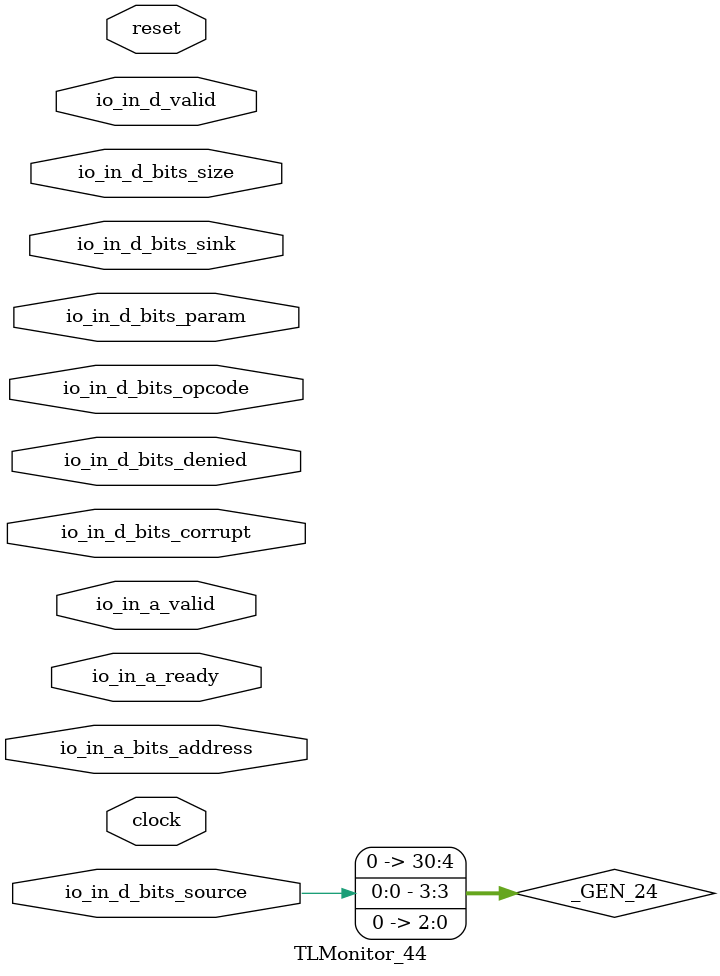
<source format=sv>
`ifndef RANDOMIZE
  `ifdef RANDOMIZE_REG_INIT
    `define RANDOMIZE
  `endif // RANDOMIZE_REG_INIT
`endif // not def RANDOMIZE
`ifndef RANDOMIZE
  `ifdef RANDOMIZE_MEM_INIT
    `define RANDOMIZE
  `endif // RANDOMIZE_MEM_INIT
`endif // not def RANDOMIZE

`ifndef RANDOM
  `define RANDOM $random
`endif // not def RANDOM

// Users can define 'PRINTF_COND' to add an extra gate to prints.
`ifndef PRINTF_COND_
  `ifdef PRINTF_COND
    `define PRINTF_COND_ (`PRINTF_COND)
  `else  // PRINTF_COND
    `define PRINTF_COND_ 1
  `endif // PRINTF_COND
`endif // not def PRINTF_COND_

// Users can define 'ASSERT_VERBOSE_COND' to add an extra gate to assert error printing.
`ifndef ASSERT_VERBOSE_COND_
  `ifdef ASSERT_VERBOSE_COND
    `define ASSERT_VERBOSE_COND_ (`ASSERT_VERBOSE_COND)
  `else  // ASSERT_VERBOSE_COND
    `define ASSERT_VERBOSE_COND_ 1
  `endif // ASSERT_VERBOSE_COND
`endif // not def ASSERT_VERBOSE_COND_

// Users can define 'STOP_COND' to add an extra gate to stop conditions.
`ifndef STOP_COND_
  `ifdef STOP_COND
    `define STOP_COND_ (`STOP_COND)
  `else  // STOP_COND
    `define STOP_COND_ 1
  `endif // STOP_COND
`endif // not def STOP_COND_

// Users can define INIT_RANDOM as general code that gets injected into the
// initializer block for modules with registers.
`ifndef INIT_RANDOM
  `define INIT_RANDOM
`endif // not def INIT_RANDOM

// If using random initialization, you can also define RANDOMIZE_DELAY to
// customize the delay used, otherwise 0.002 is used.
`ifndef RANDOMIZE_DELAY
  `define RANDOMIZE_DELAY 0.002
`endif // not def RANDOMIZE_DELAY

// Define INIT_RANDOM_PROLOG_ for use in our modules below.
`ifndef INIT_RANDOM_PROLOG_
  `ifdef RANDOMIZE
    `ifdef VERILATOR
      `define INIT_RANDOM_PROLOG_ `INIT_RANDOM
    `else  // VERILATOR
      `define INIT_RANDOM_PROLOG_ `INIT_RANDOM #`RANDOMIZE_DELAY begin end
    `endif // VERILATOR
  `else  // RANDOMIZE
    `define INIT_RANDOM_PROLOG_
  `endif // RANDOMIZE
`endif // not def INIT_RANDOM_PROLOG_

// Include register initializers in init blocks unless synthesis is set
`ifndef SYNTHESIS
  `ifndef ENABLE_INITIAL_REG_
    `define ENABLE_INITIAL_REG_
  `endif // not def ENABLE_INITIAL_REG_
`endif // not def SYNTHESIS

// Include rmemory initializers in init blocks unless synthesis is set
`ifndef SYNTHESIS
  `ifndef ENABLE_INITIAL_MEM_
    `define ENABLE_INITIAL_MEM_
  `endif // not def ENABLE_INITIAL_MEM_
`endif // not def SYNTHESIS

module TLMonitor_44(	// @[generators/rocket-chip/src/main/scala/tilelink/Monitor.scala:36:7]
  input        clock,	// @[generators/rocket-chip/src/main/scala/tilelink/Monitor.scala:36:7]
  input        reset,	// @[generators/rocket-chip/src/main/scala/tilelink/Monitor.scala:36:7]
  input        io_in_a_ready,	// @[generators/rocket-chip/src/main/scala/tilelink/Monitor.scala:20:14]
  input        io_in_a_valid,	// @[generators/rocket-chip/src/main/scala/tilelink/Monitor.scala:20:14]
  input [31:0] io_in_a_bits_address,	// @[generators/rocket-chip/src/main/scala/tilelink/Monitor.scala:20:14]
  input        io_in_d_valid,	// @[generators/rocket-chip/src/main/scala/tilelink/Monitor.scala:20:14]
  input [2:0]  io_in_d_bits_opcode,	// @[generators/rocket-chip/src/main/scala/tilelink/Monitor.scala:20:14]
  input [1:0]  io_in_d_bits_param,	// @[generators/rocket-chip/src/main/scala/tilelink/Monitor.scala:20:14]
  input [3:0]  io_in_d_bits_size,	// @[generators/rocket-chip/src/main/scala/tilelink/Monitor.scala:20:14]
  input        io_in_d_bits_source,	// @[generators/rocket-chip/src/main/scala/tilelink/Monitor.scala:20:14]
  input [3:0]  io_in_d_bits_sink,	// @[generators/rocket-chip/src/main/scala/tilelink/Monitor.scala:20:14]
  input        io_in_d_bits_denied,	// @[generators/rocket-chip/src/main/scala/tilelink/Monitor.scala:20:14]
  input        io_in_d_bits_corrupt	// @[generators/rocket-chip/src/main/scala/tilelink/Monitor.scala:20:14]
);

  wire [31:0] _plusarg_reader_1_out;	// @[generators/rocket-chip/src/main/scala/util/PlusArg.scala:80:11]
  wire [31:0] _plusarg_reader_out;	// @[generators/rocket-chip/src/main/scala/util/PlusArg.scala:80:11]
  wire        _a_first_T_1 = io_in_a_ready & io_in_a_valid;	// @[src/main/scala/chisel3/util/Decoupled.scala:51:35]
  reg  [8:0]  a_first_counter;	// @[generators/rocket-chip/src/main/scala/tilelink/Edges.scala:229:27]
  reg  [31:0] address;	// @[generators/rocket-chip/src/main/scala/tilelink/Monitor.scala:391:22]
  reg  [8:0]  d_first_counter;	// @[generators/rocket-chip/src/main/scala/tilelink/Edges.scala:229:27]
  reg  [2:0]  opcode_1;	// @[generators/rocket-chip/src/main/scala/tilelink/Monitor.scala:538:22]
  reg  [1:0]  param_1;	// @[generators/rocket-chip/src/main/scala/tilelink/Monitor.scala:539:22]
  reg  [3:0]  size_1;	// @[generators/rocket-chip/src/main/scala/tilelink/Monitor.scala:540:22]
  reg         source_1;	// @[generators/rocket-chip/src/main/scala/tilelink/Monitor.scala:541:22]
  reg  [3:0]  sink;	// @[generators/rocket-chip/src/main/scala/tilelink/Monitor.scala:542:22]
  reg         denied;	// @[generators/rocket-chip/src/main/scala/tilelink/Monitor.scala:543:22]
  reg  [1:0]  inflight;	// @[generators/rocket-chip/src/main/scala/tilelink/Monitor.scala:614:27]
  reg  [3:0]  inflight_opcodes;	// @[generators/rocket-chip/src/main/scala/tilelink/Monitor.scala:616:35]
  reg  [7:0]  inflight_sizes;	// @[generators/rocket-chip/src/main/scala/tilelink/Monitor.scala:618:33]
  reg  [8:0]  a_first_counter_1;	// @[generators/rocket-chip/src/main/scala/tilelink/Edges.scala:229:27]
  wire        a_first_1 = a_first_counter_1 == 9'h0;	// @[generators/rocket-chip/src/main/scala/tilelink/Edges.scala:221:14, :229:27, :231:25]
  reg  [8:0]  d_first_counter_1;	// @[generators/rocket-chip/src/main/scala/tilelink/Edges.scala:229:27]
  wire        d_first_1 = d_first_counter_1 == 9'h0;	// @[generators/rocket-chip/src/main/scala/tilelink/Edges.scala:221:14, :229:27, :231:25]
  wire        a_set = _a_first_T_1 & a_first_1;	// @[generators/rocket-chip/src/main/scala/tilelink/Edges.scala:231:25, generators/rocket-chip/src/main/scala/tilelink/Monitor.scala:655:25, src/main/scala/chisel3/util/Decoupled.scala:51:35]
  wire        d_release_ack = io_in_d_bits_opcode == 3'h6;	// @[generators/rocket-chip/src/main/scala/tilelink/Monitor.scala:36:7, :673:46]
  wire        _GEN = io_in_d_valid & d_first_1;	// @[generators/rocket-chip/src/main/scala/tilelink/Edges.scala:231:25, generators/rocket-chip/src/main/scala/tilelink/Monitor.scala:674:26]
  wire        _GEN_0 = _GEN & ~d_release_ack;	// @[generators/rocket-chip/src/main/scala/tilelink/Monitor.scala:673:46, :674:{26,71,74}]
  reg  [31:0] watchdog;	// @[generators/rocket-chip/src/main/scala/tilelink/Monitor.scala:709:27]
  reg  [1:0]  inflight_1;	// @[generators/rocket-chip/src/main/scala/tilelink/Monitor.scala:726:35]
  reg  [7:0]  inflight_sizes_1;	// @[generators/rocket-chip/src/main/scala/tilelink/Monitor.scala:728:35]
  reg  [8:0]  d_first_counter_2;	// @[generators/rocket-chip/src/main/scala/tilelink/Edges.scala:229:27]
  wire        d_first_2 = d_first_counter_2 == 9'h0;	// @[generators/rocket-chip/src/main/scala/tilelink/Edges.scala:221:14, :229:27, :231:25]
  wire        _GEN_1 = io_in_d_valid & d_first_2 & d_release_ack;	// @[generators/rocket-chip/src/main/scala/tilelink/Edges.scala:231:25, generators/rocket-chip/src/main/scala/tilelink/Monitor.scala:673:46, :788:70]
  reg  [31:0] watchdog_1;	// @[generators/rocket-chip/src/main/scala/tilelink/Monitor.scala:818:27]
  `ifndef SYNTHESIS	// @[generators/rocket-chip/src/main/scala/tilelink/Monitor.scala:45:11]
    wire [7:0][2:0] _GEN_2 = {3'h4, 3'h5, 3'h2, 3'h1, 3'h1, 3'h1, 3'h0, 3'h0};	// @[generators/rocket-chip/src/main/scala/tilelink/Monitor.scala:693:38]
    wire [7:0][2:0] _GEN_3 = {3'h4, 3'h4, 3'h2, 3'h1, 3'h1, 3'h1, 3'h0, 3'h0};	// @[generators/rocket-chip/src/main/scala/tilelink/Monitor.scala:692:38]
    wire            _GEN_4 = io_in_a_valid & ~reset;	// @[generators/rocket-chip/src/main/scala/tilelink/Monitor.scala:45:11]
    wire            _GEN_5 = io_in_d_valid & io_in_d_bits_opcode == 3'h6 & ~reset;	// @[generators/rocket-chip/src/main/scala/tilelink/Monitor.scala:36:7, :45:11, :52:11, :313:25]
    wire            _GEN_6 = io_in_d_bits_size < 4'h3;	// @[generators/rocket-chip/src/main/scala/tilelink/Monitor.scala:315:27]
    wire            _GEN_7 = io_in_d_valid & io_in_d_bits_opcode == 3'h4 & ~reset;	// @[generators/rocket-chip/src/main/scala/tilelink/Monitor.scala:36:7, :45:11, :52:11, :321:25]
    wire            _GEN_8 = io_in_d_bits_param == 2'h2;	// @[generators/rocket-chip/src/main/scala/tilelink/Bundles.scala:111:27, generators/rocket-chip/src/main/scala/tilelink/Monitor.scala:326:28]
    wire            _GEN_9 = io_in_d_valid & io_in_d_bits_opcode == 3'h5 & ~reset;	// @[generators/rocket-chip/src/main/scala/tilelink/Monitor.scala:36:7, :45:11, :52:11, :331:25]
    wire            _GEN_10 = ~io_in_d_bits_denied | io_in_d_bits_corrupt;	// @[generators/rocket-chip/src/main/scala/tilelink/Monitor.scala:337:{15,30}]
    wire            _GEN_11 = io_in_d_valid & io_in_d_bits_opcode == 3'h0 & ~reset;	// @[generators/rocket-chip/src/main/scala/tilelink/Monitor.scala:36:7, :45:11, :52:11, :341:25]
    wire            _GEN_12 = io_in_d_bits_opcode == 3'h1;	// @[generators/rocket-chip/src/main/scala/tilelink/Monitor.scala:36:7, :349:25]
    wire            _GEN_13 = io_in_d_valid & _GEN_12 & ~reset;	// @[generators/rocket-chip/src/main/scala/tilelink/Monitor.scala:45:11, :52:11, :349:25]
    wire            _GEN_14 = io_in_d_valid & io_in_d_bits_opcode == 3'h2 & ~reset;	// @[generators/rocket-chip/src/main/scala/tilelink/Monitor.scala:36:7, :45:11, :52:11, :357:25]
    wire            _GEN_15 = io_in_d_valid & (|d_first_counter) & ~reset;	// @[generators/rocket-chip/src/main/scala/tilelink/Edges.scala:229:27, :231:25, generators/rocket-chip/src/main/scala/tilelink/Monitor.scala:45:11, :52:11]
    wire [3:0]      _a_opcode_lookup_T_1 = inflight_opcodes >> {1'h0, io_in_d_bits_source, 2'h0};	// @[generators/rocket-chip/src/main/scala/tilelink/Bundles.scala:111:27, generators/rocket-chip/src/main/scala/tilelink/Monitor.scala:20:14, :45:11, :102:31, :134:74, :142:71, :616:35, :637:{44,69}, :698:15]
    wire [7:0]      _GEN_16 = {4'h0, io_in_d_bits_source, 3'h0};	// @[generators/rocket-chip/src/main/scala/tilelink/Bundles.scala:111:27, generators/rocket-chip/src/main/scala/tilelink/Monitor.scala:36:7, :641:40, :659:79, :660:77, generators/rocket-chip/src/main/scala/util/Misc.scala:206:21]
    wire            a_set_wo_ready = io_in_a_valid & a_first_1;	// @[generators/rocket-chip/src/main/scala/tilelink/Edges.scala:231:25, generators/rocket-chip/src/main/scala/tilelink/Monitor.scala:651:26]
    wire [1:0]      _GEN_17 = {1'h0, io_in_d_bits_source};	// @[generators/rocket-chip/src/main/scala/tilelink/Monitor.scala:20:14, :45:11, :102:31, :134:74, :142:71, :698:15, src/main/scala/chisel3/util/OneHot.scala:58:35]
    wire            same_cycle_resp = a_set_wo_ready & ~io_in_d_bits_source;	// @[generators/rocket-chip/src/main/scala/tilelink/Monitor.scala:651:26, :684:{88,113}]
    wire            _GEN_18 = _GEN_0 & same_cycle_resp & ~reset;	// @[generators/rocket-chip/src/main/scala/tilelink/Monitor.scala:45:11, :52:11, :674:71, :684:88]
    wire            _GEN_19 = _GEN_0 & ~same_cycle_resp & ~reset;	// @[generators/rocket-chip/src/main/scala/tilelink/Monitor.scala:45:11, :52:11, :674:71, :684:88, :687:30]
    wire [7:0]      _GEN_20 = {4'h0, io_in_d_bits_size};	// @[generators/rocket-chip/src/main/scala/tilelink/Bundles.scala:111:27, generators/rocket-chip/src/main/scala/tilelink/Monitor.scala:659:79, :660:77, :694:36, generators/rocket-chip/src/main/scala/util/Misc.scala:206:21]
    wire            _GEN_21 = _GEN_1 & ~reset;	// @[generators/rocket-chip/src/main/scala/tilelink/Monitor.scala:45:11, :52:11, :788:70]
    wire [1:0]      _GEN_22 = inflight >> _GEN_17;	// @[generators/rocket-chip/src/main/scala/tilelink/Monitor.scala:614:27, :685:25, src/main/scala/chisel3/util/OneHot.scala:58:35]
    wire [7:0]      _a_size_lookup_T_1 = inflight_sizes >> _GEN_16;	// @[generators/rocket-chip/src/main/scala/tilelink/Monitor.scala:618:33, :641:40]
    wire [1:0]      _GEN_23 = inflight_1 >> _GEN_17;	// @[generators/rocket-chip/src/main/scala/tilelink/Monitor.scala:726:35, :796:25, src/main/scala/chisel3/util/OneHot.scala:58:35]
    wire [7:0]      _c_size_lookup_T_1 = inflight_sizes_1 >> _GEN_16;	// @[generators/rocket-chip/src/main/scala/tilelink/Monitor.scala:641:40, :728:35, :750:42]
    always @(posedge clock) begin	// @[generators/rocket-chip/src/main/scala/tilelink/Monitor.scala:45:11]
      if (_GEN_4 & ~({io_in_a_bits_address[31:14], ~(io_in_a_bits_address[13:12])} == 20'h0 | io_in_a_bits_address[31:13] == 19'h0 | {io_in_a_bits_address[31:17], ~(io_in_a_bits_address[16])} == 16'h0 | {io_in_a_bits_address[31:21], io_in_a_bits_address[20:17] ^ 4'h8, io_in_a_bits_address[15:12]} == 19'h0 | {io_in_a_bits_address[31:26], io_in_a_bits_address[25:16] ^ 10'h200} == 16'h0 | {io_in_a_bits_address[31:26], io_in_a_bits_address[25:12] ^ 14'h2010} == 20'h0 | {io_in_a_bits_address[31:28], io_in_a_bits_address[27:16] ^ 12'h800} == 16'h0 | {io_in_a_bits_address[31:28], ~(io_in_a_bits_address[27:26])} == 6'h0 | {io_in_a_bits_address[31:29], io_in_a_bits_address[28:12] ^ 17'h10020} == 20'h0 | io_in_a_bits_address[31:28] == 4'h8)) begin	// @[generators/rocket-chip/src/main/scala/diplomacy/Parameters.scala:137:{31,41,46,59}, generators/rocket-chip/src/main/scala/tilelink/Bundles.scala:264:74, generators/rocket-chip/src/main/scala/tilelink/Edges.scala:21:16, generators/rocket-chip/src/main/scala/tilelink/Monitor.scala:45:11, generators/rocket-chip/src/main/scala/tilelink/Parameters.scala:686:26]
        if (`ASSERT_VERBOSE_COND_)	// @[generators/rocket-chip/src/main/scala/tilelink/Monitor.scala:45:11]
          $error("Assertion failed: 'A' channel carries Get type which slave claims it can't support (connected at generators/shuttle/src/main/scala/common/Tile.scala:162:5)\n    at Monitor.scala:45 assert(cond, message)\n");	// @[generators/rocket-chip/src/main/scala/tilelink/Monitor.scala:45:11]
        if (`STOP_COND_)	// @[generators/rocket-chip/src/main/scala/tilelink/Monitor.scala:45:11]
          $fatal;	// @[generators/rocket-chip/src/main/scala/tilelink/Monitor.scala:45:11]
      end
      if (_GEN_4 & (|(io_in_a_bits_address[5:0]))) begin	// @[generators/rocket-chip/src/main/scala/tilelink/Edges.scala:21:{16,24}, generators/rocket-chip/src/main/scala/tilelink/Monitor.scala:45:11]
        if (`ASSERT_VERBOSE_COND_)	// @[generators/rocket-chip/src/main/scala/tilelink/Monitor.scala:45:11]
          $error("Assertion failed: 'A' channel Get address not aligned to size (connected at generators/shuttle/src/main/scala/common/Tile.scala:162:5)\n    at Monitor.scala:45 assert(cond, message)\n");	// @[generators/rocket-chip/src/main/scala/tilelink/Monitor.scala:45:11]
        if (`STOP_COND_)	// @[generators/rocket-chip/src/main/scala/tilelink/Monitor.scala:45:11]
          $fatal;	// @[generators/rocket-chip/src/main/scala/tilelink/Monitor.scala:45:11]
      end
      if (io_in_d_valid & ~reset & (&io_in_d_bits_opcode)) begin	// @[generators/rocket-chip/src/main/scala/tilelink/Bundles.scala:45:24, generators/rocket-chip/src/main/scala/tilelink/Monitor.scala:45:11, :52:11]
        if (`ASSERT_VERBOSE_COND_)	// @[generators/rocket-chip/src/main/scala/tilelink/Monitor.scala:52:11]
          $error("Assertion failed: 'D' channel has invalid opcode (connected at generators/shuttle/src/main/scala/common/Tile.scala:162:5)\n    at Monitor.scala:52 assert(cond, message)\n");	// @[generators/rocket-chip/src/main/scala/tilelink/Monitor.scala:52:11]
        if (`STOP_COND_)	// @[generators/rocket-chip/src/main/scala/tilelink/Monitor.scala:52:11]
          $fatal;	// @[generators/rocket-chip/src/main/scala/tilelink/Monitor.scala:52:11]
      end
      if (_GEN_5 & io_in_d_bits_source) begin	// @[generators/rocket-chip/src/main/scala/tilelink/Monitor.scala:52:11]
        if (`ASSERT_VERBOSE_COND_)	// @[generators/rocket-chip/src/main/scala/tilelink/Monitor.scala:52:11]
          $error("Assertion failed: 'D' channel ReleaseAck carries invalid source ID (connected at generators/shuttle/src/main/scala/common/Tile.scala:162:5)\n    at Monitor.scala:52 assert(cond, message)\n");	// @[generators/rocket-chip/src/main/scala/tilelink/Monitor.scala:52:11]
        if (`STOP_COND_)	// @[generators/rocket-chip/src/main/scala/tilelink/Monitor.scala:52:11]
          $fatal;	// @[generators/rocket-chip/src/main/scala/tilelink/Monitor.scala:52:11]
      end
      if (_GEN_5 & _GEN_6) begin	// @[generators/rocket-chip/src/main/scala/tilelink/Monitor.scala:52:11, :315:27]
        if (`ASSERT_VERBOSE_COND_)	// @[generators/rocket-chip/src/main/scala/tilelink/Monitor.scala:52:11]
          $error("Assertion failed: 'D' channel ReleaseAck smaller than a beat (connected at generators/shuttle/src/main/scala/common/Tile.scala:162:5)\n    at Monitor.scala:52 assert(cond, message)\n");	// @[generators/rocket-chip/src/main/scala/tilelink/Monitor.scala:52:11]
        if (`STOP_COND_)	// @[generators/rocket-chip/src/main/scala/tilelink/Monitor.scala:52:11]
          $fatal;	// @[generators/rocket-chip/src/main/scala/tilelink/Monitor.scala:52:11]
      end
      if (_GEN_5 & (|io_in_d_bits_param)) begin	// @[generators/rocket-chip/src/main/scala/tilelink/Monitor.scala:52:11, :316:28]
        if (`ASSERT_VERBOSE_COND_)	// @[generators/rocket-chip/src/main/scala/tilelink/Monitor.scala:52:11]
          $error("Assertion failed: 'D' channel ReleaseeAck carries invalid param (connected at generators/shuttle/src/main/scala/common/Tile.scala:162:5)\n    at Monitor.scala:52 assert(cond, message)\n");	// @[generators/rocket-chip/src/main/scala/tilelink/Monitor.scala:52:11]
        if (`STOP_COND_)	// @[generators/rocket-chip/src/main/scala/tilelink/Monitor.scala:52:11]
          $fatal;	// @[generators/rocket-chip/src/main/scala/tilelink/Monitor.scala:52:11]
      end
      if (_GEN_5 & io_in_d_bits_corrupt) begin	// @[generators/rocket-chip/src/main/scala/tilelink/Monitor.scala:52:11]
        if (`ASSERT_VERBOSE_COND_)	// @[generators/rocket-chip/src/main/scala/tilelink/Monitor.scala:52:11]
          $error("Assertion failed: 'D' channel ReleaseAck is corrupt (connected at generators/shuttle/src/main/scala/common/Tile.scala:162:5)\n    at Monitor.scala:52 assert(cond, message)\n");	// @[generators/rocket-chip/src/main/scala/tilelink/Monitor.scala:52:11]
        if (`STOP_COND_)	// @[generators/rocket-chip/src/main/scala/tilelink/Monitor.scala:52:11]
          $fatal;	// @[generators/rocket-chip/src/main/scala/tilelink/Monitor.scala:52:11]
      end
      if (_GEN_5 & io_in_d_bits_denied) begin	// @[generators/rocket-chip/src/main/scala/tilelink/Monitor.scala:52:11]
        if (`ASSERT_VERBOSE_COND_)	// @[generators/rocket-chip/src/main/scala/tilelink/Monitor.scala:52:11]
          $error("Assertion failed: 'D' channel ReleaseAck is denied (connected at generators/shuttle/src/main/scala/common/Tile.scala:162:5)\n    at Monitor.scala:52 assert(cond, message)\n");	// @[generators/rocket-chip/src/main/scala/tilelink/Monitor.scala:52:11]
        if (`STOP_COND_)	// @[generators/rocket-chip/src/main/scala/tilelink/Monitor.scala:52:11]
          $fatal;	// @[generators/rocket-chip/src/main/scala/tilelink/Monitor.scala:52:11]
      end
      if (_GEN_7 & io_in_d_bits_source) begin	// @[generators/rocket-chip/src/main/scala/tilelink/Monitor.scala:52:11]
        if (`ASSERT_VERBOSE_COND_)	// @[generators/rocket-chip/src/main/scala/tilelink/Monitor.scala:52:11]
          $error("Assertion failed: 'D' channel Grant carries invalid source ID (connected at generators/shuttle/src/main/scala/common/Tile.scala:162:5)\n    at Monitor.scala:52 assert(cond, message)\n");	// @[generators/rocket-chip/src/main/scala/tilelink/Monitor.scala:52:11]
        if (`STOP_COND_)	// @[generators/rocket-chip/src/main/scala/tilelink/Monitor.scala:52:11]
          $fatal;	// @[generators/rocket-chip/src/main/scala/tilelink/Monitor.scala:52:11]
      end
      if (_GEN_7 & _GEN_6) begin	// @[generators/rocket-chip/src/main/scala/tilelink/Monitor.scala:52:11, :315:27]
        if (`ASSERT_VERBOSE_COND_)	// @[generators/rocket-chip/src/main/scala/tilelink/Monitor.scala:52:11]
          $error("Assertion failed: 'D' channel Grant smaller than a beat (connected at generators/shuttle/src/main/scala/common/Tile.scala:162:5)\n    at Monitor.scala:52 assert(cond, message)\n");	// @[generators/rocket-chip/src/main/scala/tilelink/Monitor.scala:52:11]
        if (`STOP_COND_)	// @[generators/rocket-chip/src/main/scala/tilelink/Monitor.scala:52:11]
          $fatal;	// @[generators/rocket-chip/src/main/scala/tilelink/Monitor.scala:52:11]
      end
      if (_GEN_7 & (&io_in_d_bits_param)) begin	// @[generators/rocket-chip/src/main/scala/tilelink/Bundles.scala:105:26, generators/rocket-chip/src/main/scala/tilelink/Monitor.scala:52:11]
        if (`ASSERT_VERBOSE_COND_)	// @[generators/rocket-chip/src/main/scala/tilelink/Monitor.scala:52:11]
          $error("Assertion failed: 'D' channel Grant carries invalid cap param (connected at generators/shuttle/src/main/scala/common/Tile.scala:162:5)\n    at Monitor.scala:52 assert(cond, message)\n");	// @[generators/rocket-chip/src/main/scala/tilelink/Monitor.scala:52:11]
        if (`STOP_COND_)	// @[generators/rocket-chip/src/main/scala/tilelink/Monitor.scala:52:11]
          $fatal;	// @[generators/rocket-chip/src/main/scala/tilelink/Monitor.scala:52:11]
      end
      if (_GEN_7 & _GEN_8) begin	// @[generators/rocket-chip/src/main/scala/tilelink/Monitor.scala:52:11, :326:28]
        if (`ASSERT_VERBOSE_COND_)	// @[generators/rocket-chip/src/main/scala/tilelink/Monitor.scala:52:11]
          $error("Assertion failed: 'D' channel Grant carries toN param (connected at generators/shuttle/src/main/scala/common/Tile.scala:162:5)\n    at Monitor.scala:52 assert(cond, message)\n");	// @[generators/rocket-chip/src/main/scala/tilelink/Monitor.scala:52:11]
        if (`STOP_COND_)	// @[generators/rocket-chip/src/main/scala/tilelink/Monitor.scala:52:11]
          $fatal;	// @[generators/rocket-chip/src/main/scala/tilelink/Monitor.scala:52:11]
      end
      if (_GEN_7 & io_in_d_bits_corrupt) begin	// @[generators/rocket-chip/src/main/scala/tilelink/Monitor.scala:52:11]
        if (`ASSERT_VERBOSE_COND_)	// @[generators/rocket-chip/src/main/scala/tilelink/Monitor.scala:52:11]
          $error("Assertion failed: 'D' channel Grant is corrupt (connected at generators/shuttle/src/main/scala/common/Tile.scala:162:5)\n    at Monitor.scala:52 assert(cond, message)\n");	// @[generators/rocket-chip/src/main/scala/tilelink/Monitor.scala:52:11]
        if (`STOP_COND_)	// @[generators/rocket-chip/src/main/scala/tilelink/Monitor.scala:52:11]
          $fatal;	// @[generators/rocket-chip/src/main/scala/tilelink/Monitor.scala:52:11]
      end
      if (_GEN_9 & io_in_d_bits_source) begin	// @[generators/rocket-chip/src/main/scala/tilelink/Monitor.scala:52:11]
        if (`ASSERT_VERBOSE_COND_)	// @[generators/rocket-chip/src/main/scala/tilelink/Monitor.scala:52:11]
          $error("Assertion failed: 'D' channel GrantData carries invalid source ID (connected at generators/shuttle/src/main/scala/common/Tile.scala:162:5)\n    at Monitor.scala:52 assert(cond, message)\n");	// @[generators/rocket-chip/src/main/scala/tilelink/Monitor.scala:52:11]
        if (`STOP_COND_)	// @[generators/rocket-chip/src/main/scala/tilelink/Monitor.scala:52:11]
          $fatal;	// @[generators/rocket-chip/src/main/scala/tilelink/Monitor.scala:52:11]
      end
      if (_GEN_9 & _GEN_6) begin	// @[generators/rocket-chip/src/main/scala/tilelink/Monitor.scala:52:11, :315:27]
        if (`ASSERT_VERBOSE_COND_)	// @[generators/rocket-chip/src/main/scala/tilelink/Monitor.scala:52:11]
          $error("Assertion failed: 'D' channel GrantData smaller than a beat (connected at generators/shuttle/src/main/scala/common/Tile.scala:162:5)\n    at Monitor.scala:52 assert(cond, message)\n");	// @[generators/rocket-chip/src/main/scala/tilelink/Monitor.scala:52:11]
        if (`STOP_COND_)	// @[generators/rocket-chip/src/main/scala/tilelink/Monitor.scala:52:11]
          $fatal;	// @[generators/rocket-chip/src/main/scala/tilelink/Monitor.scala:52:11]
      end
      if (_GEN_9 & (&io_in_d_bits_param)) begin	// @[generators/rocket-chip/src/main/scala/tilelink/Bundles.scala:105:26, generators/rocket-chip/src/main/scala/tilelink/Monitor.scala:52:11]
        if (`ASSERT_VERBOSE_COND_)	// @[generators/rocket-chip/src/main/scala/tilelink/Monitor.scala:52:11]
          $error("Assertion failed: 'D' channel GrantData carries invalid cap param (connected at generators/shuttle/src/main/scala/common/Tile.scala:162:5)\n    at Monitor.scala:52 assert(cond, message)\n");	// @[generators/rocket-chip/src/main/scala/tilelink/Monitor.scala:52:11]
        if (`STOP_COND_)	// @[generators/rocket-chip/src/main/scala/tilelink/Monitor.scala:52:11]
          $fatal;	// @[generators/rocket-chip/src/main/scala/tilelink/Monitor.scala:52:11]
      end
      if (_GEN_9 & _GEN_8) begin	// @[generators/rocket-chip/src/main/scala/tilelink/Monitor.scala:52:11, :326:28]
        if (`ASSERT_VERBOSE_COND_)	// @[generators/rocket-chip/src/main/scala/tilelink/Monitor.scala:52:11]
          $error("Assertion failed: 'D' channel GrantData carries toN param (connected at generators/shuttle/src/main/scala/common/Tile.scala:162:5)\n    at Monitor.scala:52 assert(cond, message)\n");	// @[generators/rocket-chip/src/main/scala/tilelink/Monitor.scala:52:11]
        if (`STOP_COND_)	// @[generators/rocket-chip/src/main/scala/tilelink/Monitor.scala:52:11]
          $fatal;	// @[generators/rocket-chip/src/main/scala/tilelink/Monitor.scala:52:11]
      end
      if (_GEN_9 & ~_GEN_10) begin	// @[generators/rocket-chip/src/main/scala/tilelink/Monitor.scala:52:11, :337:30]
        if (`ASSERT_VERBOSE_COND_)	// @[generators/rocket-chip/src/main/scala/tilelink/Monitor.scala:52:11]
          $error("Assertion failed: 'D' channel GrantData is denied but not corrupt (connected at generators/shuttle/src/main/scala/common/Tile.scala:162:5)\n    at Monitor.scala:52 assert(cond, message)\n");	// @[generators/rocket-chip/src/main/scala/tilelink/Monitor.scala:52:11]
        if (`STOP_COND_)	// @[generators/rocket-chip/src/main/scala/tilelink/Monitor.scala:52:11]
          $fatal;	// @[generators/rocket-chip/src/main/scala/tilelink/Monitor.scala:52:11]
      end
      if (_GEN_11 & io_in_d_bits_source) begin	// @[generators/rocket-chip/src/main/scala/tilelink/Monitor.scala:52:11]
        if (`ASSERT_VERBOSE_COND_)	// @[generators/rocket-chip/src/main/scala/tilelink/Monitor.scala:52:11]
          $error("Assertion failed: 'D' channel AccessAck carries invalid source ID (connected at generators/shuttle/src/main/scala/common/Tile.scala:162:5)\n    at Monitor.scala:52 assert(cond, message)\n");	// @[generators/rocket-chip/src/main/scala/tilelink/Monitor.scala:52:11]
        if (`STOP_COND_)	// @[generators/rocket-chip/src/main/scala/tilelink/Monitor.scala:52:11]
          $fatal;	// @[generators/rocket-chip/src/main/scala/tilelink/Monitor.scala:52:11]
      end
      if (_GEN_11 & (|io_in_d_bits_param)) begin	// @[generators/rocket-chip/src/main/scala/tilelink/Monitor.scala:52:11, :316:28]
        if (`ASSERT_VERBOSE_COND_)	// @[generators/rocket-chip/src/main/scala/tilelink/Monitor.scala:52:11]
          $error("Assertion failed: 'D' channel AccessAck carries invalid param (connected at generators/shuttle/src/main/scala/common/Tile.scala:162:5)\n    at Monitor.scala:52 assert(cond, message)\n");	// @[generators/rocket-chip/src/main/scala/tilelink/Monitor.scala:52:11]
        if (`STOP_COND_)	// @[generators/rocket-chip/src/main/scala/tilelink/Monitor.scala:52:11]
          $fatal;	// @[generators/rocket-chip/src/main/scala/tilelink/Monitor.scala:52:11]
      end
      if (_GEN_11 & io_in_d_bits_corrupt) begin	// @[generators/rocket-chip/src/main/scala/tilelink/Monitor.scala:52:11]
        if (`ASSERT_VERBOSE_COND_)	// @[generators/rocket-chip/src/main/scala/tilelink/Monitor.scala:52:11]
          $error("Assertion failed: 'D' channel AccessAck is corrupt (connected at generators/shuttle/src/main/scala/common/Tile.scala:162:5)\n    at Monitor.scala:52 assert(cond, message)\n");	// @[generators/rocket-chip/src/main/scala/tilelink/Monitor.scala:52:11]
        if (`STOP_COND_)	// @[generators/rocket-chip/src/main/scala/tilelink/Monitor.scala:52:11]
          $fatal;	// @[generators/rocket-chip/src/main/scala/tilelink/Monitor.scala:52:11]
      end
      if (_GEN_13 & io_in_d_bits_source) begin	// @[generators/rocket-chip/src/main/scala/tilelink/Monitor.scala:52:11]
        if (`ASSERT_VERBOSE_COND_)	// @[generators/rocket-chip/src/main/scala/tilelink/Monitor.scala:52:11]
          $error("Assertion failed: 'D' channel AccessAckData carries invalid source ID (connected at generators/shuttle/src/main/scala/common/Tile.scala:162:5)\n    at Monitor.scala:52 assert(cond, message)\n");	// @[generators/rocket-chip/src/main/scala/tilelink/Monitor.scala:52:11]
        if (`STOP_COND_)	// @[generators/rocket-chip/src/main/scala/tilelink/Monitor.scala:52:11]
          $fatal;	// @[generators/rocket-chip/src/main/scala/tilelink/Monitor.scala:52:11]
      end
      if (_GEN_13 & (|io_in_d_bits_param)) begin	// @[generators/rocket-chip/src/main/scala/tilelink/Monitor.scala:52:11, :316:28]
        if (`ASSERT_VERBOSE_COND_)	// @[generators/rocket-chip/src/main/scala/tilelink/Monitor.scala:52:11]
          $error("Assertion failed: 'D' channel AccessAckData carries invalid param (connected at generators/shuttle/src/main/scala/common/Tile.scala:162:5)\n    at Monitor.scala:52 assert(cond, message)\n");	// @[generators/rocket-chip/src/main/scala/tilelink/Monitor.scala:52:11]
        if (`STOP_COND_)	// @[generators/rocket-chip/src/main/scala/tilelink/Monitor.scala:52:11]
          $fatal;	// @[generators/rocket-chip/src/main/scala/tilelink/Monitor.scala:52:11]
      end
      if (_GEN_13 & ~_GEN_10) begin	// @[generators/rocket-chip/src/main/scala/tilelink/Monitor.scala:52:11, :337:30]
        if (`ASSERT_VERBOSE_COND_)	// @[generators/rocket-chip/src/main/scala/tilelink/Monitor.scala:52:11]
          $error("Assertion failed: 'D' channel AccessAckData is denied but not corrupt (connected at generators/shuttle/src/main/scala/common/Tile.scala:162:5)\n    at Monitor.scala:52 assert(cond, message)\n");	// @[generators/rocket-chip/src/main/scala/tilelink/Monitor.scala:52:11]
        if (`STOP_COND_)	// @[generators/rocket-chip/src/main/scala/tilelink/Monitor.scala:52:11]
          $fatal;	// @[generators/rocket-chip/src/main/scala/tilelink/Monitor.scala:52:11]
      end
      if (_GEN_14 & io_in_d_bits_source) begin	// @[generators/rocket-chip/src/main/scala/tilelink/Monitor.scala:52:11]
        if (`ASSERT_VERBOSE_COND_)	// @[generators/rocket-chip/src/main/scala/tilelink/Monitor.scala:52:11]
          $error("Assertion failed: 'D' channel HintAck carries invalid source ID (connected at generators/shuttle/src/main/scala/common/Tile.scala:162:5)\n    at Monitor.scala:52 assert(cond, message)\n");	// @[generators/rocket-chip/src/main/scala/tilelink/Monitor.scala:52:11]
        if (`STOP_COND_)	// @[generators/rocket-chip/src/main/scala/tilelink/Monitor.scala:52:11]
          $fatal;	// @[generators/rocket-chip/src/main/scala/tilelink/Monitor.scala:52:11]
      end
      if (_GEN_14 & (|io_in_d_bits_param)) begin	// @[generators/rocket-chip/src/main/scala/tilelink/Monitor.scala:52:11, :316:28]
        if (`ASSERT_VERBOSE_COND_)	// @[generators/rocket-chip/src/main/scala/tilelink/Monitor.scala:52:11]
          $error("Assertion failed: 'D' channel HintAck carries invalid param (connected at generators/shuttle/src/main/scala/common/Tile.scala:162:5)\n    at Monitor.scala:52 assert(cond, message)\n");	// @[generators/rocket-chip/src/main/scala/tilelink/Monitor.scala:52:11]
        if (`STOP_COND_)	// @[generators/rocket-chip/src/main/scala/tilelink/Monitor.scala:52:11]
          $fatal;	// @[generators/rocket-chip/src/main/scala/tilelink/Monitor.scala:52:11]
      end
      if (_GEN_14 & io_in_d_bits_corrupt) begin	// @[generators/rocket-chip/src/main/scala/tilelink/Monitor.scala:52:11]
        if (`ASSERT_VERBOSE_COND_)	// @[generators/rocket-chip/src/main/scala/tilelink/Monitor.scala:52:11]
          $error("Assertion failed: 'D' channel HintAck is corrupt (connected at generators/shuttle/src/main/scala/common/Tile.scala:162:5)\n    at Monitor.scala:52 assert(cond, message)\n");	// @[generators/rocket-chip/src/main/scala/tilelink/Monitor.scala:52:11]
        if (`STOP_COND_)	// @[generators/rocket-chip/src/main/scala/tilelink/Monitor.scala:52:11]
          $fatal;	// @[generators/rocket-chip/src/main/scala/tilelink/Monitor.scala:52:11]
      end
      if (io_in_a_valid & (|a_first_counter) & ~reset & io_in_a_bits_address != address) begin	// @[generators/rocket-chip/src/main/scala/tilelink/Edges.scala:229:27, :231:25, generators/rocket-chip/src/main/scala/tilelink/Monitor.scala:45:11, :391:22, :397:32]
        if (`ASSERT_VERBOSE_COND_)	// @[generators/rocket-chip/src/main/scala/tilelink/Monitor.scala:45:11]
          $error("Assertion failed: 'A' channel address changed with multibeat operation (connected at generators/shuttle/src/main/scala/common/Tile.scala:162:5)\n    at Monitor.scala:45 assert(cond, message)\n");	// @[generators/rocket-chip/src/main/scala/tilelink/Monitor.scala:45:11]
        if (`STOP_COND_)	// @[generators/rocket-chip/src/main/scala/tilelink/Monitor.scala:45:11]
          $fatal;	// @[generators/rocket-chip/src/main/scala/tilelink/Monitor.scala:45:11]
      end
      if (_GEN_15 & io_in_d_bits_opcode != opcode_1) begin	// @[generators/rocket-chip/src/main/scala/tilelink/Monitor.scala:52:11, :538:22, :545:29]
        if (`ASSERT_VERBOSE_COND_)	// @[generators/rocket-chip/src/main/scala/tilelink/Monitor.scala:52:11]
          $error("Assertion failed: 'D' channel opcode changed within multibeat operation (connected at generators/shuttle/src/main/scala/common/Tile.scala:162:5)\n    at Monitor.scala:52 assert(cond, message)\n");	// @[generators/rocket-chip/src/main/scala/tilelink/Monitor.scala:52:11]
        if (`STOP_COND_)	// @[generators/rocket-chip/src/main/scala/tilelink/Monitor.scala:52:11]
          $fatal;	// @[generators/rocket-chip/src/main/scala/tilelink/Monitor.scala:52:11]
      end
      if (_GEN_15 & io_in_d_bits_param != param_1) begin	// @[generators/rocket-chip/src/main/scala/tilelink/Monitor.scala:52:11, :539:22, :546:29]
        if (`ASSERT_VERBOSE_COND_)	// @[generators/rocket-chip/src/main/scala/tilelink/Monitor.scala:52:11]
          $error("Assertion failed: 'D' channel param changed within multibeat operation (connected at generators/shuttle/src/main/scala/common/Tile.scala:162:5)\n    at Monitor.scala:52 assert(cond, message)\n");	// @[generators/rocket-chip/src/main/scala/tilelink/Monitor.scala:52:11]
        if (`STOP_COND_)	// @[generators/rocket-chip/src/main/scala/tilelink/Monitor.scala:52:11]
          $fatal;	// @[generators/rocket-chip/src/main/scala/tilelink/Monitor.scala:52:11]
      end
      if (_GEN_15 & io_in_d_bits_size != size_1) begin	// @[generators/rocket-chip/src/main/scala/tilelink/Monitor.scala:52:11, :540:22, :547:29]
        if (`ASSERT_VERBOSE_COND_)	// @[generators/rocket-chip/src/main/scala/tilelink/Monitor.scala:52:11]
          $error("Assertion failed: 'D' channel size changed within multibeat operation (connected at generators/shuttle/src/main/scala/common/Tile.scala:162:5)\n    at Monitor.scala:52 assert(cond, message)\n");	// @[generators/rocket-chip/src/main/scala/tilelink/Monitor.scala:52:11]
        if (`STOP_COND_)	// @[generators/rocket-chip/src/main/scala/tilelink/Monitor.scala:52:11]
          $fatal;	// @[generators/rocket-chip/src/main/scala/tilelink/Monitor.scala:52:11]
      end
      if (_GEN_15 & io_in_d_bits_source != source_1) begin	// @[generators/rocket-chip/src/main/scala/tilelink/Monitor.scala:52:11, :541:22, :548:29]
        if (`ASSERT_VERBOSE_COND_)	// @[generators/rocket-chip/src/main/scala/tilelink/Monitor.scala:52:11]
          $error("Assertion failed: 'D' channel source changed within multibeat operation (connected at generators/shuttle/src/main/scala/common/Tile.scala:162:5)\n    at Monitor.scala:52 assert(cond, message)\n");	// @[generators/rocket-chip/src/main/scala/tilelink/Monitor.scala:52:11]
        if (`STOP_COND_)	// @[generators/rocket-chip/src/main/scala/tilelink/Monitor.scala:52:11]
          $fatal;	// @[generators/rocket-chip/src/main/scala/tilelink/Monitor.scala:52:11]
      end
      if (_GEN_15 & io_in_d_bits_sink != sink) begin	// @[generators/rocket-chip/src/main/scala/tilelink/Monitor.scala:52:11, :542:22, :549:29]
        if (`ASSERT_VERBOSE_COND_)	// @[generators/rocket-chip/src/main/scala/tilelink/Monitor.scala:52:11]
          $error("Assertion failed: 'D' channel sink changed with multibeat operation (connected at generators/shuttle/src/main/scala/common/Tile.scala:162:5)\n    at Monitor.scala:52 assert(cond, message)\n");	// @[generators/rocket-chip/src/main/scala/tilelink/Monitor.scala:52:11]
        if (`STOP_COND_)	// @[generators/rocket-chip/src/main/scala/tilelink/Monitor.scala:52:11]
          $fatal;	// @[generators/rocket-chip/src/main/scala/tilelink/Monitor.scala:52:11]
      end
      if (_GEN_15 & io_in_d_bits_denied != denied) begin	// @[generators/rocket-chip/src/main/scala/tilelink/Monitor.scala:52:11, :543:22, :550:29]
        if (`ASSERT_VERBOSE_COND_)	// @[generators/rocket-chip/src/main/scala/tilelink/Monitor.scala:52:11]
          $error("Assertion failed: 'D' channel denied changed with multibeat operation (connected at generators/shuttle/src/main/scala/common/Tile.scala:162:5)\n    at Monitor.scala:52 assert(cond, message)\n");	// @[generators/rocket-chip/src/main/scala/tilelink/Monitor.scala:52:11]
        if (`STOP_COND_)	// @[generators/rocket-chip/src/main/scala/tilelink/Monitor.scala:52:11]
          $fatal;	// @[generators/rocket-chip/src/main/scala/tilelink/Monitor.scala:52:11]
      end
      if (a_set & ~reset & inflight[0]) begin	// @[generators/rocket-chip/src/main/scala/tilelink/Monitor.scala:45:11, :614:27, :655:25, :661:26]
        if (`ASSERT_VERBOSE_COND_)	// @[generators/rocket-chip/src/main/scala/tilelink/Monitor.scala:45:11]
          $error("Assertion failed: 'A' channel re-used a source ID (connected at generators/shuttle/src/main/scala/common/Tile.scala:162:5)\n    at Monitor.scala:45 assert(cond, message)\n");	// @[generators/rocket-chip/src/main/scala/tilelink/Monitor.scala:45:11]
        if (`STOP_COND_)	// @[generators/rocket-chip/src/main/scala/tilelink/Monitor.scala:45:11]
          $fatal;	// @[generators/rocket-chip/src/main/scala/tilelink/Monitor.scala:45:11]
      end
      if (_GEN_0 & ~reset & ~(_GEN_22[0] | same_cycle_resp)) begin	// @[generators/rocket-chip/src/main/scala/tilelink/Monitor.scala:45:11, :52:11, :674:71, :684:88, :685:{25,49}]
        if (`ASSERT_VERBOSE_COND_)	// @[generators/rocket-chip/src/main/scala/tilelink/Monitor.scala:52:11]
          $error("Assertion failed: 'D' channel acknowledged for nothing inflight (connected at generators/shuttle/src/main/scala/common/Tile.scala:162:5)\n    at Monitor.scala:52 assert(cond, message)\n");	// @[generators/rocket-chip/src/main/scala/tilelink/Monitor.scala:52:11]
        if (`STOP_COND_)	// @[generators/rocket-chip/src/main/scala/tilelink/Monitor.scala:52:11]
          $fatal;	// @[generators/rocket-chip/src/main/scala/tilelink/Monitor.scala:52:11]
      end
      if (_GEN_18 & ~_GEN_12) begin	// @[generators/rocket-chip/src/main/scala/tilelink/Monitor.scala:52:11, :349:25]
        if (`ASSERT_VERBOSE_COND_)	// @[generators/rocket-chip/src/main/scala/tilelink/Monitor.scala:52:11]
          $error("Assertion failed: 'D' channel contains improper opcode response (connected at generators/shuttle/src/main/scala/common/Tile.scala:162:5)\n    at Monitor.scala:52 assert(cond, message)\n");	// @[generators/rocket-chip/src/main/scala/tilelink/Monitor.scala:52:11]
        if (`STOP_COND_)	// @[generators/rocket-chip/src/main/scala/tilelink/Monitor.scala:52:11]
          $fatal;	// @[generators/rocket-chip/src/main/scala/tilelink/Monitor.scala:52:11]
      end
      if (_GEN_18 & io_in_d_bits_size != 4'h6) begin	// @[generators/rocket-chip/src/main/scala/tilelink/Monitor.scala:20:14, :52:11, :690:36]
        if (`ASSERT_VERBOSE_COND_)	// @[generators/rocket-chip/src/main/scala/tilelink/Monitor.scala:52:11]
          $error("Assertion failed: 'D' channel contains improper response size (connected at generators/shuttle/src/main/scala/common/Tile.scala:162:5)\n    at Monitor.scala:52 assert(cond, message)\n");	// @[generators/rocket-chip/src/main/scala/tilelink/Monitor.scala:52:11]
        if (`STOP_COND_)	// @[generators/rocket-chip/src/main/scala/tilelink/Monitor.scala:52:11]
          $fatal;	// @[generators/rocket-chip/src/main/scala/tilelink/Monitor.scala:52:11]
      end
      if (_GEN_19 & ~(io_in_d_bits_opcode == _GEN_3[_a_opcode_lookup_T_1[3:1]] | io_in_d_bits_opcode == _GEN_2[_a_opcode_lookup_T_1[3:1]])) begin	// @[generators/rocket-chip/src/main/scala/tilelink/Monitor.scala:45:11, :52:11, :637:{44,152}, :692:{38,72}, :693:38]
        if (`ASSERT_VERBOSE_COND_)	// @[generators/rocket-chip/src/main/scala/tilelink/Monitor.scala:52:11]
          $error("Assertion failed: 'D' channel contains improper opcode response (connected at generators/shuttle/src/main/scala/common/Tile.scala:162:5)\n    at Monitor.scala:52 assert(cond, message)\n");	// @[generators/rocket-chip/src/main/scala/tilelink/Monitor.scala:52:11]
        if (`STOP_COND_)	// @[generators/rocket-chip/src/main/scala/tilelink/Monitor.scala:52:11]
          $fatal;	// @[generators/rocket-chip/src/main/scala/tilelink/Monitor.scala:52:11]
      end
      if (_GEN_19 & _GEN_20 != {1'h0, _a_size_lookup_T_1[7:1]}) begin	// @[generators/rocket-chip/src/main/scala/tilelink/Monitor.scala:20:14, :45:11, :52:11, :102:31, :134:74, :142:71, :641:{19,40,144}, :694:36, :698:15]
        if (`ASSERT_VERBOSE_COND_)	// @[generators/rocket-chip/src/main/scala/tilelink/Monitor.scala:52:11]
          $error("Assertion failed: 'D' channel contains improper response size (connected at generators/shuttle/src/main/scala/common/Tile.scala:162:5)\n    at Monitor.scala:52 assert(cond, message)\n");	// @[generators/rocket-chip/src/main/scala/tilelink/Monitor.scala:52:11]
        if (`STOP_COND_)	// @[generators/rocket-chip/src/main/scala/tilelink/Monitor.scala:52:11]
          $fatal;	// @[generators/rocket-chip/src/main/scala/tilelink/Monitor.scala:52:11]
      end
      if (_GEN & a_first_1 & io_in_a_valid & ~io_in_d_bits_source & ~d_release_ack & ~reset & ~io_in_a_ready) begin	// @[generators/rocket-chip/src/main/scala/tilelink/Edges.scala:231:25, generators/rocket-chip/src/main/scala/tilelink/Monitor.scala:45:11, :52:11, :673:46, :674:{26,74}, :697:90]
        if (`ASSERT_VERBOSE_COND_)	// @[generators/rocket-chip/src/main/scala/tilelink/Monitor.scala:52:11]
          $error("Assertion failed: ready check\n    at Monitor.scala:52 assert(cond, message)\n");	// @[generators/rocket-chip/src/main/scala/tilelink/Monitor.scala:52:11]
        if (`STOP_COND_)	// @[generators/rocket-chip/src/main/scala/tilelink/Monitor.scala:52:11]
          $fatal;	// @[generators/rocket-chip/src/main/scala/tilelink/Monitor.scala:52:11]
      end
      if (~reset & ~(a_set_wo_ready != (_GEN_0 & ~io_in_d_bits_source) | ~a_set_wo_ready)) begin	// @[generators/rocket-chip/src/main/scala/tilelink/Monitor.scala:45:11, :52:11, :651:26, :665:34, :674:{71,90}, :675:22, :702:{29,48,51}]
        if (`ASSERT_VERBOSE_COND_)	// @[generators/rocket-chip/src/main/scala/tilelink/Monitor.scala:52:11]
          $error("Assertion failed: 'A' and 'D' concurrent, despite minlatency > 0 (connected at generators/shuttle/src/main/scala/common/Tile.scala:162:5)\n    at Monitor.scala:52 assert(cond, message)\n");	// @[generators/rocket-chip/src/main/scala/tilelink/Monitor.scala:52:11]
        if (`STOP_COND_)	// @[generators/rocket-chip/src/main/scala/tilelink/Monitor.scala:52:11]
          $fatal;	// @[generators/rocket-chip/src/main/scala/tilelink/Monitor.scala:52:11]
      end
      if (~reset & ~(inflight == 2'h0 | _plusarg_reader_out == 32'h0 | watchdog < _plusarg_reader_out)) begin	// @[generators/rocket-chip/src/main/scala/tilelink/Bundles.scala:264:74, generators/rocket-chip/src/main/scala/tilelink/Monitor.scala:45:11, :102:31, :614:27, :709:27, :712:{26,39,47,59}, generators/rocket-chip/src/main/scala/util/PlusArg.scala:80:11]
        if (`ASSERT_VERBOSE_COND_)	// @[generators/rocket-chip/src/main/scala/tilelink/Monitor.scala:45:11]
          $error("Assertion failed: TileLink timeout expired (connected at generators/shuttle/src/main/scala/common/Tile.scala:162:5)\n    at Monitor.scala:45 assert(cond, message)\n");	// @[generators/rocket-chip/src/main/scala/tilelink/Monitor.scala:45:11]
        if (`STOP_COND_)	// @[generators/rocket-chip/src/main/scala/tilelink/Monitor.scala:45:11]
          $fatal;	// @[generators/rocket-chip/src/main/scala/tilelink/Monitor.scala:45:11]
      end
      if (_GEN_21 & ~(_GEN_23[0])) begin	// @[generators/rocket-chip/src/main/scala/tilelink/Monitor.scala:52:11, :796:25]
        if (`ASSERT_VERBOSE_COND_)	// @[generators/rocket-chip/src/main/scala/tilelink/Monitor.scala:52:11]
          $error("Assertion failed: 'D' channel acknowledged for nothing inflight (connected at generators/shuttle/src/main/scala/common/Tile.scala:162:5)\n    at Monitor.scala:52 assert(cond, message)\n");	// @[generators/rocket-chip/src/main/scala/tilelink/Monitor.scala:52:11]
        if (`STOP_COND_)	// @[generators/rocket-chip/src/main/scala/tilelink/Monitor.scala:52:11]
          $fatal;	// @[generators/rocket-chip/src/main/scala/tilelink/Monitor.scala:52:11]
      end
      if (_GEN_21 & _GEN_20 != {1'h0, _c_size_lookup_T_1[7:1]}) begin	// @[generators/rocket-chip/src/main/scala/tilelink/Monitor.scala:20:14, :45:11, :52:11, :102:31, :134:74, :142:71, :694:36, :698:15, :750:{21,42,146}, :800:36]
        if (`ASSERT_VERBOSE_COND_)	// @[generators/rocket-chip/src/main/scala/tilelink/Monitor.scala:52:11]
          $error("Assertion failed: 'D' channel contains improper response size (connected at generators/shuttle/src/main/scala/common/Tile.scala:162:5)\n    at Monitor.scala:52 assert(cond, message)\n");	// @[generators/rocket-chip/src/main/scala/tilelink/Monitor.scala:52:11]
        if (`STOP_COND_)	// @[generators/rocket-chip/src/main/scala/tilelink/Monitor.scala:52:11]
          $fatal;	// @[generators/rocket-chip/src/main/scala/tilelink/Monitor.scala:52:11]
      end
      if (~reset & ~(inflight_1 == 2'h0 | _plusarg_reader_1_out == 32'h0 | watchdog_1 < _plusarg_reader_1_out)) begin	// @[generators/rocket-chip/src/main/scala/tilelink/Bundles.scala:264:74, generators/rocket-chip/src/main/scala/tilelink/Monitor.scala:45:11, :102:31, :726:35, :818:27, :821:{26,39,47,59}, generators/rocket-chip/src/main/scala/util/PlusArg.scala:80:11]
        if (`ASSERT_VERBOSE_COND_)	// @[generators/rocket-chip/src/main/scala/tilelink/Monitor.scala:45:11]
          $error("Assertion failed: TileLink timeout expired (connected at generators/shuttle/src/main/scala/common/Tile.scala:162:5)\n    at Monitor.scala:45 assert(cond, message)\n");	// @[generators/rocket-chip/src/main/scala/tilelink/Monitor.scala:45:11]
        if (`STOP_COND_)	// @[generators/rocket-chip/src/main/scala/tilelink/Monitor.scala:45:11]
          $fatal;	// @[generators/rocket-chip/src/main/scala/tilelink/Monitor.scala:45:11]
      end
    end // always @(posedge)
  `endif // not def SYNTHESIS
  wire [26:0] _d_first_beats1_decode_T_6 = 27'hFFF << io_in_d_bits_size;	// @[generators/rocket-chip/src/main/scala/util/package.scala:243:71]
  wire [30:0] _GEN_24 = {27'h0, io_in_d_bits_source, 3'h0};	// @[generators/rocket-chip/src/main/scala/tilelink/Monitor.scala:36:7, :680:76, :681:74]
  wire [30:0] _d_opcodes_clr_T_5 = 31'hF << {28'h0, io_in_d_bits_source, 2'h0};	// @[generators/rocket-chip/src/main/scala/tilelink/Monitor.scala:102:31, :680:76]
  wire [30:0] _d_sizes_clr_T_5 = 31'hFF << _GEN_24;	// @[generators/rocket-chip/src/main/scala/tilelink/Monitor.scala:681:74]
  wire [30:0] _d_sizes_clr_T_11 = 31'hFF << _GEN_24;	// @[generators/rocket-chip/src/main/scala/tilelink/Monitor.scala:681:74, :791:74]
  always @(posedge clock) begin	// @[generators/rocket-chip/src/main/scala/tilelink/Monitor.scala:36:7]
    if (reset) begin	// @[generators/rocket-chip/src/main/scala/tilelink/Monitor.scala:36:7]
      a_first_counter <= 9'h0;	// @[generators/rocket-chip/src/main/scala/tilelink/Edges.scala:221:14, :229:27]
      d_first_counter <= 9'h0;	// @[generators/rocket-chip/src/main/scala/tilelink/Edges.scala:221:14, :229:27]
      inflight <= 2'h0;	// @[generators/rocket-chip/src/main/scala/tilelink/Monitor.scala:102:31, :614:27]
      inflight_opcodes <= 4'h0;	// @[generators/rocket-chip/src/main/scala/tilelink/Bundles.scala:111:27, generators/rocket-chip/src/main/scala/tilelink/Monitor.scala:616:35, :659:79, :660:77, generators/rocket-chip/src/main/scala/util/Misc.scala:206:21]
      inflight_sizes <= 8'h0;	// @[generators/rocket-chip/src/main/scala/tilelink/Bundles.scala:264:74, generators/rocket-chip/src/main/scala/tilelink/Monitor.scala:618:33]
      a_first_counter_1 <= 9'h0;	// @[generators/rocket-chip/src/main/scala/tilelink/Edges.scala:221:14, :229:27]
      d_first_counter_1 <= 9'h0;	// @[generators/rocket-chip/src/main/scala/tilelink/Edges.scala:221:14, :229:27]
      watchdog <= 32'h0;	// @[generators/rocket-chip/src/main/scala/tilelink/Bundles.scala:264:74, generators/rocket-chip/src/main/scala/tilelink/Monitor.scala:709:27]
      inflight_1 <= 2'h0;	// @[generators/rocket-chip/src/main/scala/tilelink/Monitor.scala:102:31, :726:35]
      inflight_sizes_1 <= 8'h0;	// @[generators/rocket-chip/src/main/scala/tilelink/Bundles.scala:264:74, generators/rocket-chip/src/main/scala/tilelink/Monitor.scala:728:35]
      d_first_counter_2 <= 9'h0;	// @[generators/rocket-chip/src/main/scala/tilelink/Edges.scala:221:14, :229:27]
      watchdog_1 <= 32'h0;	// @[generators/rocket-chip/src/main/scala/tilelink/Bundles.scala:264:74, generators/rocket-chip/src/main/scala/tilelink/Monitor.scala:818:27]
    end
    else begin	// @[generators/rocket-chip/src/main/scala/tilelink/Monitor.scala:36:7]
      if (_a_first_T_1) begin	// @[src/main/scala/chisel3/util/Decoupled.scala:51:35]
        if (|a_first_counter)	// @[generators/rocket-chip/src/main/scala/tilelink/Edges.scala:229:27, :231:25]
          a_first_counter <= a_first_counter - 9'h1;	// @[generators/rocket-chip/src/main/scala/tilelink/Edges.scala:229:27, :230:28]
        else	// @[generators/rocket-chip/src/main/scala/tilelink/Edges.scala:231:25]
          a_first_counter <= 9'h0;	// @[generators/rocket-chip/src/main/scala/tilelink/Edges.scala:221:14, :229:27]
        if (a_first_1)	// @[generators/rocket-chip/src/main/scala/tilelink/Edges.scala:231:25]
          a_first_counter_1 <= 9'h0;	// @[generators/rocket-chip/src/main/scala/tilelink/Edges.scala:221:14, :229:27]
        else	// @[generators/rocket-chip/src/main/scala/tilelink/Edges.scala:231:25]
          a_first_counter_1 <= a_first_counter_1 - 9'h1;	// @[generators/rocket-chip/src/main/scala/tilelink/Edges.scala:229:27, :230:28]
      end
      if (io_in_d_valid) begin	// @[generators/rocket-chip/src/main/scala/tilelink/Monitor.scala:20:14]
        if (|d_first_counter)	// @[generators/rocket-chip/src/main/scala/tilelink/Edges.scala:229:27, :231:25]
          d_first_counter <= d_first_counter - 9'h1;	// @[generators/rocket-chip/src/main/scala/tilelink/Edges.scala:229:27, :230:28]
        else	// @[generators/rocket-chip/src/main/scala/tilelink/Edges.scala:231:25]
          d_first_counter <= io_in_d_bits_opcode[0] ? ~(_d_first_beats1_decode_T_6[11:3]) : 9'h0;	// @[generators/rocket-chip/src/main/scala/tilelink/Edges.scala:106:36, :221:14, :229:27, generators/rocket-chip/src/main/scala/util/package.scala:243:{46,71,76}]
        if (d_first_1)	// @[generators/rocket-chip/src/main/scala/tilelink/Edges.scala:231:25]
          d_first_counter_1 <= io_in_d_bits_opcode[0] ? ~(_d_first_beats1_decode_T_6[11:3]) : 9'h0;	// @[generators/rocket-chip/src/main/scala/tilelink/Edges.scala:106:36, :221:14, :229:27, generators/rocket-chip/src/main/scala/util/package.scala:243:{46,71,76}]
        else	// @[generators/rocket-chip/src/main/scala/tilelink/Edges.scala:231:25]
          d_first_counter_1 <= d_first_counter_1 - 9'h1;	// @[generators/rocket-chip/src/main/scala/tilelink/Edges.scala:229:27, :230:28]
        if (d_first_2)	// @[generators/rocket-chip/src/main/scala/tilelink/Edges.scala:231:25]
          d_first_counter_2 <= io_in_d_bits_opcode[0] ? ~(_d_first_beats1_decode_T_6[11:3]) : 9'h0;	// @[generators/rocket-chip/src/main/scala/tilelink/Edges.scala:106:36, :221:14, :229:27, generators/rocket-chip/src/main/scala/util/package.scala:243:{46,71,76}]
        else	// @[generators/rocket-chip/src/main/scala/tilelink/Edges.scala:231:25]
          d_first_counter_2 <= d_first_counter_2 - 9'h1;	// @[generators/rocket-chip/src/main/scala/tilelink/Edges.scala:229:27, :230:28]
        watchdog_1 <= 32'h0;	// @[generators/rocket-chip/src/main/scala/tilelink/Bundles.scala:264:74, generators/rocket-chip/src/main/scala/tilelink/Monitor.scala:818:27]
      end
      else	// @[generators/rocket-chip/src/main/scala/tilelink/Monitor.scala:20:14]
        watchdog_1 <= watchdog_1 + 32'h1;	// @[generators/rocket-chip/src/main/scala/tilelink/Monitor.scala:714:26, :818:27, :823:26]
      inflight <= {1'h0, (inflight[0] | a_set) & ~(_GEN_0 & ~io_in_d_bits_source)};	// @[generators/rocket-chip/src/main/scala/tilelink/Monitor.scala:20:14, :45:11, :102:31, :134:74, :142:71, :614:27, :655:25, :661:26, :664:34, :674:71, :675:22, :678:89, :679:21, :698:15, :705:{27,36,38}]
      inflight_opcodes <= (inflight_opcodes | (a_set ? 4'h9 : 4'h0)) & ~(_GEN_0 ? _d_opcodes_clr_T_5[3:0] : 4'h0);	// @[generators/rocket-chip/src/main/scala/tilelink/Bundles.scala:111:27, generators/rocket-chip/src/main/scala/tilelink/Monitor.scala:616:35, :630:33, :655:{25,70}, :657:61, :659:{28,79}, :660:77, :668:33, :674:71, :678:89, :680:{21,76}, :706:{43,60,62}, generators/rocket-chip/src/main/scala/util/Misc.scala:206:21]
      inflight_sizes <= (inflight_sizes | (a_set ? {3'h0, a_set ? 5'hD : 5'h0} : 8'h0)) & ~(_GEN_0 ? _d_sizes_clr_T_5[7:0] : 8'h0);	// @[generators/rocket-chip/src/main/scala/tilelink/Bundles.scala:264:74, generators/rocket-chip/src/main/scala/tilelink/Monitor.scala:36:7, :618:33, :632:31, :648:38, :655:{25,70}, :658:{28,59}, :660:28, :670:31, :674:71, :678:89, :681:{21,74}, :707:{39,54,56}]
      if (_a_first_T_1 | io_in_d_valid)	// @[generators/rocket-chip/src/main/scala/tilelink/Monitor.scala:715:25, src/main/scala/chisel3/util/Decoupled.scala:51:35]
        watchdog <= 32'h0;	// @[generators/rocket-chip/src/main/scala/tilelink/Bundles.scala:264:74, generators/rocket-chip/src/main/scala/tilelink/Monitor.scala:709:27]
      else	// @[generators/rocket-chip/src/main/scala/tilelink/Monitor.scala:715:25]
        watchdog <= watchdog + 32'h1;	// @[generators/rocket-chip/src/main/scala/tilelink/Monitor.scala:709:27, :714:26]
      inflight_1 <= {1'h0, inflight_1[0] & ~(_GEN_1 & ~io_in_d_bits_source)};	// @[generators/rocket-chip/src/main/scala/tilelink/Monitor.scala:20:14, :45:11, :102:31, :134:74, :142:71, :675:22, :698:15, :726:35, :774:34, :788:{70,88}, :789:21, :814:{44,46}]
      inflight_sizes_1 <= inflight_sizes_1 & ~(_GEN_1 ? _d_sizes_clr_T_11[7:0] : 8'h0);	// @[generators/rocket-chip/src/main/scala/tilelink/Bundles.scala:264:74, generators/rocket-chip/src/main/scala/tilelink/Monitor.scala:728:35, :777:34, :788:{70,88}, :791:{21,74}, :816:{56,58}]
    end
    if (_a_first_T_1 & ~(|a_first_counter))	// @[generators/rocket-chip/src/main/scala/tilelink/Edges.scala:229:27, :231:25, generators/rocket-chip/src/main/scala/tilelink/Monitor.scala:399:18, src/main/scala/chisel3/util/Decoupled.scala:51:35]
      address <= io_in_a_bits_address;	// @[generators/rocket-chip/src/main/scala/tilelink/Monitor.scala:391:22]
    if (io_in_d_valid & ~(|d_first_counter)) begin	// @[generators/rocket-chip/src/main/scala/tilelink/Edges.scala:229:27, :231:25, generators/rocket-chip/src/main/scala/tilelink/Monitor.scala:552:18]
      opcode_1 <= io_in_d_bits_opcode;	// @[generators/rocket-chip/src/main/scala/tilelink/Monitor.scala:538:22]
      param_1 <= io_in_d_bits_param;	// @[generators/rocket-chip/src/main/scala/tilelink/Monitor.scala:539:22]
      size_1 <= io_in_d_bits_size;	// @[generators/rocket-chip/src/main/scala/tilelink/Monitor.scala:540:22]
      source_1 <= io_in_d_bits_source;	// @[generators/rocket-chip/src/main/scala/tilelink/Monitor.scala:541:22]
      sink <= io_in_d_bits_sink;	// @[generators/rocket-chip/src/main/scala/tilelink/Monitor.scala:542:22]
      denied <= io_in_d_bits_denied;	// @[generators/rocket-chip/src/main/scala/tilelink/Monitor.scala:543:22]
    end
  end // always @(posedge)
  `ifdef ENABLE_INITIAL_REG_	// @[generators/rocket-chip/src/main/scala/tilelink/Monitor.scala:36:7]
    `ifdef FIRRTL_BEFORE_INITIAL	// @[generators/rocket-chip/src/main/scala/tilelink/Monitor.scala:36:7]
      `FIRRTL_BEFORE_INITIAL	// @[generators/rocket-chip/src/main/scala/tilelink/Monitor.scala:36:7]
    `endif // FIRRTL_BEFORE_INITIAL
    logic [31:0] _RANDOM[0:6];	// @[generators/rocket-chip/src/main/scala/tilelink/Monitor.scala:36:7]
    initial begin	// @[generators/rocket-chip/src/main/scala/tilelink/Monitor.scala:36:7]
      `ifdef INIT_RANDOM_PROLOG_	// @[generators/rocket-chip/src/main/scala/tilelink/Monitor.scala:36:7]
        `INIT_RANDOM_PROLOG_	// @[generators/rocket-chip/src/main/scala/tilelink/Monitor.scala:36:7]
      `endif // INIT_RANDOM_PROLOG_
      `ifdef RANDOMIZE_REG_INIT	// @[generators/rocket-chip/src/main/scala/tilelink/Monitor.scala:36:7]
        for (logic [2:0] i = 3'h0; i < 3'h7; i += 3'h1) begin
          _RANDOM[i] = `RANDOM;	// @[generators/rocket-chip/src/main/scala/tilelink/Monitor.scala:36:7]
        end	// @[generators/rocket-chip/src/main/scala/tilelink/Monitor.scala:36:7]
        a_first_counter = _RANDOM[3'h0][8:0];	// @[generators/rocket-chip/src/main/scala/tilelink/Edges.scala:229:27, generators/rocket-chip/src/main/scala/tilelink/Monitor.scala:36:7]
        address = {_RANDOM[3'h0][31:20], _RANDOM[3'h1][19:0]};	// @[generators/rocket-chip/src/main/scala/tilelink/Edges.scala:229:27, generators/rocket-chip/src/main/scala/tilelink/Monitor.scala:36:7, :391:22]
        d_first_counter = _RANDOM[3'h1][28:20];	// @[generators/rocket-chip/src/main/scala/tilelink/Edges.scala:229:27, generators/rocket-chip/src/main/scala/tilelink/Monitor.scala:36:7, :391:22]
        opcode_1 = _RANDOM[3'h1][31:29];	// @[generators/rocket-chip/src/main/scala/tilelink/Monitor.scala:36:7, :391:22, :538:22]
        param_1 = _RANDOM[3'h2][1:0];	// @[generators/rocket-chip/src/main/scala/tilelink/Monitor.scala:36:7, :539:22]
        size_1 = _RANDOM[3'h2][5:2];	// @[generators/rocket-chip/src/main/scala/tilelink/Monitor.scala:36:7, :539:22, :540:22]
        source_1 = _RANDOM[3'h2][6];	// @[generators/rocket-chip/src/main/scala/tilelink/Monitor.scala:36:7, :539:22, :541:22]
        sink = _RANDOM[3'h2][10:7];	// @[generators/rocket-chip/src/main/scala/tilelink/Monitor.scala:36:7, :539:22, :542:22]
        denied = _RANDOM[3'h2][11];	// @[generators/rocket-chip/src/main/scala/tilelink/Monitor.scala:36:7, :539:22, :543:22]
        inflight = _RANDOM[3'h2][13:12];	// @[generators/rocket-chip/src/main/scala/tilelink/Monitor.scala:36:7, :539:22, :614:27]
        inflight_opcodes = _RANDOM[3'h2][17:14];	// @[generators/rocket-chip/src/main/scala/tilelink/Monitor.scala:36:7, :539:22, :616:35]
        inflight_sizes = _RANDOM[3'h2][25:18];	// @[generators/rocket-chip/src/main/scala/tilelink/Monitor.scala:36:7, :539:22, :618:33]
        a_first_counter_1 = {_RANDOM[3'h2][31:26], _RANDOM[3'h3][2:0]};	// @[generators/rocket-chip/src/main/scala/tilelink/Edges.scala:229:27, generators/rocket-chip/src/main/scala/tilelink/Monitor.scala:36:7, :539:22]
        d_first_counter_1 = _RANDOM[3'h3][11:3];	// @[generators/rocket-chip/src/main/scala/tilelink/Edges.scala:229:27, generators/rocket-chip/src/main/scala/tilelink/Monitor.scala:36:7]
        watchdog = {_RANDOM[3'h3][31:12], _RANDOM[3'h4][11:0]};	// @[generators/rocket-chip/src/main/scala/tilelink/Edges.scala:229:27, generators/rocket-chip/src/main/scala/tilelink/Monitor.scala:36:7, :709:27]
        inflight_1 = _RANDOM[3'h4][13:12];	// @[generators/rocket-chip/src/main/scala/tilelink/Monitor.scala:36:7, :709:27, :726:35]
        inflight_sizes_1 = _RANDOM[3'h4][25:18];	// @[generators/rocket-chip/src/main/scala/tilelink/Monitor.scala:36:7, :709:27, :728:35]
        d_first_counter_2 = _RANDOM[3'h5][11:3];	// @[generators/rocket-chip/src/main/scala/tilelink/Edges.scala:229:27, generators/rocket-chip/src/main/scala/tilelink/Monitor.scala:36:7]
        watchdog_1 = {_RANDOM[3'h5][31:12], _RANDOM[3'h6][11:0]};	// @[generators/rocket-chip/src/main/scala/tilelink/Edges.scala:229:27, generators/rocket-chip/src/main/scala/tilelink/Monitor.scala:36:7, :818:27]
      `endif // RANDOMIZE_REG_INIT
    end // initial
    `ifdef FIRRTL_AFTER_INITIAL	// @[generators/rocket-chip/src/main/scala/tilelink/Monitor.scala:36:7]
      `FIRRTL_AFTER_INITIAL	// @[generators/rocket-chip/src/main/scala/tilelink/Monitor.scala:36:7]
    `endif // FIRRTL_AFTER_INITIAL
  `endif // ENABLE_INITIAL_REG_
  plusarg_reader #(
    .DEFAULT(0),
    .FORMAT("tilelink_timeout=%d"),
    .WIDTH(32)
  ) plusarg_reader (	// @[generators/rocket-chip/src/main/scala/util/PlusArg.scala:80:11]
    .out (_plusarg_reader_out)
  );
  plusarg_reader #(
    .DEFAULT(0),
    .FORMAT("tilelink_timeout=%d"),
    .WIDTH(32)
  ) plusarg_reader_1 (	// @[generators/rocket-chip/src/main/scala/util/PlusArg.scala:80:11]
    .out (_plusarg_reader_1_out)
  );
endmodule


</source>
